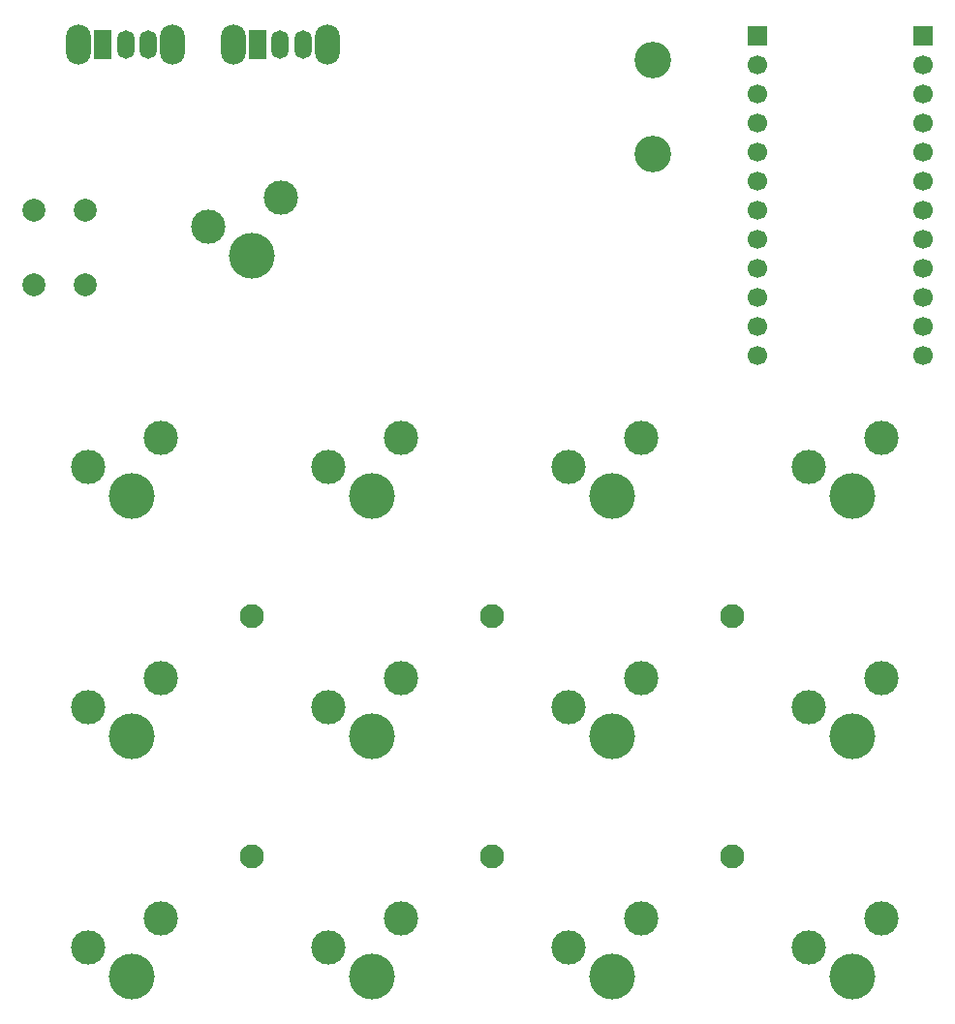
<source format=gbr>
%TF.GenerationSoftware,KiCad,Pcbnew,9.0.1*%
%TF.CreationDate,2025-05-05T15:00:31+02:00*%
%TF.ProjectId,macroboard,6d616372-6f62-46f6-9172-642e6b696361,rev?*%
%TF.SameCoordinates,Original*%
%TF.FileFunction,Soldermask,Top*%
%TF.FilePolarity,Negative*%
%FSLAX46Y46*%
G04 Gerber Fmt 4.6, Leading zero omitted, Abs format (unit mm)*
G04 Created by KiCad (PCBNEW 9.0.1) date 2025-05-05 15:00:31*
%MOMM*%
%LPD*%
G01*
G04 APERTURE LIST*
%ADD10C,2.000000*%
%ADD11C,3.000000*%
%ADD12C,4.000000*%
%ADD13C,2.100000*%
%ADD14C,3.200000*%
%ADD15R,1.700000X1.700000*%
%ADD16C,1.700000*%
%ADD17O,2.200000X3.500000*%
%ADD18R,1.500000X2.500000*%
%ADD19O,1.500000X2.500000*%
G04 APERTURE END LIST*
D10*
%TO.C,RESET1*%
X71500000Y-55000000D03*
X71500000Y-61500000D03*
X76000000Y-55000000D03*
X76000000Y-61500000D03*
%TD*%
D11*
%TO.C,SW8*%
X118190000Y-98460000D03*
D12*
X122000000Y-101000000D03*
D11*
X124540000Y-95920000D03*
%TD*%
%TO.C,SW3*%
X76190000Y-119460000D03*
D12*
X80000000Y-122000000D03*
D11*
X82540000Y-116920000D03*
%TD*%
D13*
%TO.C,H3*%
X111500000Y-90500000D03*
%TD*%
D11*
%TO.C,SW14*%
X86690000Y-56460000D03*
D12*
X90500000Y-59000000D03*
D11*
X93040000Y-53920000D03*
%TD*%
%TO.C,SW5*%
X97190000Y-98460000D03*
D12*
X101000000Y-101000000D03*
D11*
X103540000Y-95920000D03*
%TD*%
D13*
%TO.C,H4*%
X111500000Y-111500000D03*
%TD*%
D11*
%TO.C,SW11*%
X139190000Y-98460000D03*
D12*
X143000000Y-101000000D03*
D11*
X145540000Y-95920000D03*
%TD*%
%TO.C,SW1*%
X76190000Y-77460000D03*
D12*
X80000000Y-80000000D03*
D11*
X82540000Y-74920000D03*
%TD*%
D13*
%TO.C,H2*%
X90500000Y-111500000D03*
%TD*%
D11*
%TO.C,SW6*%
X97190000Y-119460000D03*
D12*
X101000000Y-122000000D03*
D11*
X103540000Y-116920000D03*
%TD*%
D14*
%TO.C,SW13*%
X125600000Y-50100000D03*
X125600000Y-41900000D03*
%TD*%
D13*
%TO.C,H6*%
X132500000Y-111500000D03*
%TD*%
D11*
%TO.C,SW12*%
X139190000Y-119460000D03*
D12*
X143000000Y-122000000D03*
D11*
X145540000Y-116920000D03*
%TD*%
%TO.C,SW7*%
X118190000Y-77460000D03*
D12*
X122000000Y-80000000D03*
D11*
X124540000Y-74920000D03*
%TD*%
%TO.C,SW10*%
X139190000Y-77460000D03*
D12*
X143000000Y-80000000D03*
D11*
X145540000Y-74920000D03*
%TD*%
%TO.C,SW9*%
X118190000Y-119460000D03*
D12*
X122000000Y-122000000D03*
D11*
X124540000Y-116920000D03*
%TD*%
D13*
%TO.C,H1*%
X90500000Y-90500000D03*
%TD*%
%TO.C,H5*%
X132500000Y-90500000D03*
%TD*%
D11*
%TO.C,SW4*%
X97190000Y-77460000D03*
D12*
X101000000Y-80000000D03*
D11*
X103540000Y-74920000D03*
%TD*%
%TO.C,SW2*%
X76190000Y-98460000D03*
D12*
X80000000Y-101000000D03*
D11*
X82540000Y-95920000D03*
%TD*%
D15*
%TO.C,U1*%
X134700000Y-39800000D03*
D16*
X149200000Y-62660000D03*
X149200000Y-47420000D03*
X134700000Y-60120000D03*
X134700000Y-65200000D03*
X134700000Y-62660000D03*
X134700000Y-44880000D03*
X134700000Y-47420000D03*
X149200000Y-44880000D03*
X134700000Y-42340000D03*
X149200000Y-52500000D03*
X149200000Y-49960000D03*
X149200000Y-42340000D03*
D15*
X149200000Y-39800000D03*
D16*
X149200000Y-55040000D03*
X149200000Y-60120000D03*
X149200000Y-65200000D03*
X149200000Y-67740000D03*
X134700000Y-67740000D03*
X149200000Y-57580000D03*
X134700000Y-57580000D03*
X134700000Y-55040000D03*
X134700000Y-52500000D03*
X134700000Y-49960000D03*
%TD*%
D17*
%TO.C,SW16*%
X75400000Y-40500000D03*
X83600000Y-40500000D03*
D18*
X77500000Y-40500000D03*
D19*
X79500000Y-40500000D03*
X81500000Y-40500000D03*
%TD*%
D17*
%TO.C,SW15*%
X88900000Y-40500000D03*
X97100000Y-40500000D03*
D18*
X91000000Y-40500000D03*
D19*
X93000000Y-40500000D03*
X95000000Y-40500000D03*
%TD*%
M02*

</source>
